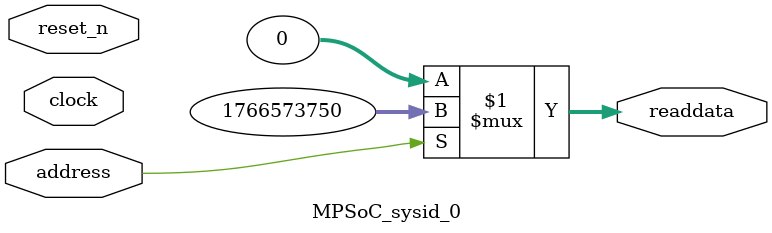
<source format=v>

`timescale 1ns / 1ps
// synthesis translate_on

// turn off superfluous verilog processor warnings 
// altera message_level Level1 
// altera message_off 10034 10035 10036 10037 10230 10240 10030 

module MPSoC_sysid_0 (
               // inputs:
                address,
                clock,
                reset_n,

               // outputs:
                readdata
             )
;

  output  [ 31: 0] readdata;
  input            address;
  input            clock;
  input            reset_n;

  wire    [ 31: 0] readdata;
  //control_slave, which is an e_avalon_slave
  assign readdata = address ? 1766573750 : 0;

endmodule




</source>
